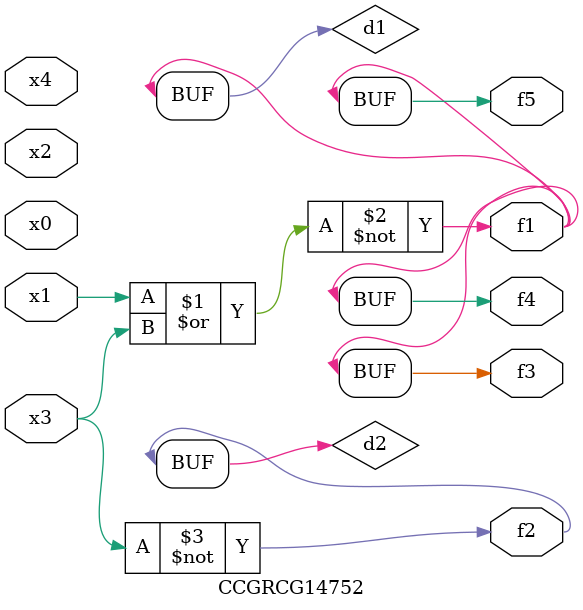
<source format=v>
module CCGRCG14752(
	input x0, x1, x2, x3, x4,
	output f1, f2, f3, f4, f5
);

	wire d1, d2;

	nor (d1, x1, x3);
	not (d2, x3);
	assign f1 = d1;
	assign f2 = d2;
	assign f3 = d1;
	assign f4 = d1;
	assign f5 = d1;
endmodule

</source>
